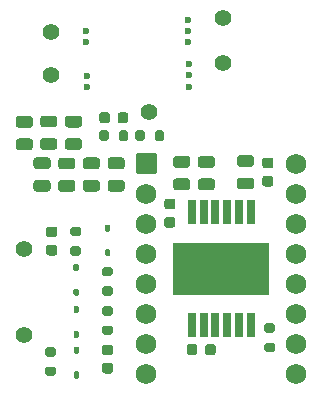
<source format=gts>
G04 #@! TF.GenerationSoftware,KiCad,Pcbnew,7.0.9-7.0.9~ubuntu22.04.1*
G04 #@! TF.CreationDate,2023-12-29T18:17:52+00:00*
G04 #@! TF.ProjectId,driver_test,64726976-6572-45f7-9465-73742e6b6963,rev?*
G04 #@! TF.SameCoordinates,Original*
G04 #@! TF.FileFunction,Soldermask,Top*
G04 #@! TF.FilePolarity,Negative*
%FSLAX46Y46*%
G04 Gerber Fmt 4.6, Leading zero omitted, Abs format (unit mm)*
G04 Created by KiCad (PCBNEW 7.0.9-7.0.9~ubuntu22.04.1) date 2023-12-29 18:17:52*
%MOMM*%
%LPD*%
G01*
G04 APERTURE LIST*
%ADD10C,1.400000*%
%ADD11R,0.650000X2.000000*%
%ADD12R,8.100000X4.500000*%
%ADD13C,1.734000*%
%ADD14C,0.600000*%
G04 APERTURE END LIST*
G04 #@! TO.C,R1*
G36*
G01*
X26265000Y3090000D02*
X25715000Y3090000D01*
G75*
G02*
X25515000Y3290000I0J200000D01*
G01*
X25515000Y3690000D01*
G75*
G02*
X25715000Y3890000I200000J0D01*
G01*
X26265000Y3890000D01*
G75*
G02*
X26465000Y3690000I0J-200000D01*
G01*
X26465000Y3290000D01*
G75*
G02*
X26265000Y3090000I-200000J0D01*
G01*
G37*
G36*
G01*
X26265000Y4740000D02*
X25715000Y4740000D01*
G75*
G02*
X25515000Y4940000I0J200000D01*
G01*
X25515000Y5340000D01*
G75*
G02*
X25715000Y5540000I200000J0D01*
G01*
X26265000Y5540000D01*
G75*
G02*
X26465000Y5340000I0J-200000D01*
G01*
X26465000Y4940000D01*
G75*
G02*
X26265000Y4740000I-200000J0D01*
G01*
G37*
G04 #@! TD*
D10*
G04 #@! TO.C,IN_KNOCK2*
X7495000Y30235001D03*
G04 #@! TD*
G04 #@! TO.C,C20*
G36*
G01*
X4725000Y23090000D02*
X5675000Y23090000D01*
G75*
G02*
X5925000Y22840000I0J-250000D01*
G01*
X5925000Y22340000D01*
G75*
G02*
X5675000Y22090000I-250000J0D01*
G01*
X4725000Y22090000D01*
G75*
G02*
X4475000Y22340000I0J250000D01*
G01*
X4475000Y22840000D01*
G75*
G02*
X4725000Y23090000I250000J0D01*
G01*
G37*
G36*
G01*
X4725000Y21190000D02*
X5675000Y21190000D01*
G75*
G02*
X5925000Y20940000I0J-250000D01*
G01*
X5925000Y20440000D01*
G75*
G02*
X5675000Y20190000I-250000J0D01*
G01*
X4725000Y20190000D01*
G75*
G02*
X4475000Y20440000I0J250000D01*
G01*
X4475000Y20940000D01*
G75*
G02*
X4725000Y21190000I250000J0D01*
G01*
G37*
G04 #@! TD*
G04 #@! TO.C,C18*
G36*
G01*
X7175000Y16680000D02*
X6225000Y16680000D01*
G75*
G02*
X5975000Y16930000I0J250000D01*
G01*
X5975000Y17430000D01*
G75*
G02*
X6225000Y17680000I250000J0D01*
G01*
X7175000Y17680000D01*
G75*
G02*
X7425000Y17430000I0J-250000D01*
G01*
X7425000Y16930000D01*
G75*
G02*
X7175000Y16680000I-250000J0D01*
G01*
G37*
G36*
G01*
X7175000Y18580000D02*
X6225000Y18580000D01*
G75*
G02*
X5975000Y18830000I0J250000D01*
G01*
X5975000Y19330000D01*
G75*
G02*
X6225000Y19580000I250000J0D01*
G01*
X7175000Y19580000D01*
G75*
G02*
X7425000Y19330000I0J-250000D01*
G01*
X7425000Y18830000D01*
G75*
G02*
X7175000Y18580000I-250000J0D01*
G01*
G37*
G04 #@! TD*
G04 #@! TO.C,C16*
G36*
G01*
X8885000Y23110000D02*
X9835000Y23110000D01*
G75*
G02*
X10085000Y22860000I0J-250000D01*
G01*
X10085000Y22360000D01*
G75*
G02*
X9835000Y22110000I-250000J0D01*
G01*
X8885000Y22110000D01*
G75*
G02*
X8635000Y22360000I0J250000D01*
G01*
X8635000Y22860000D01*
G75*
G02*
X8885000Y23110000I250000J0D01*
G01*
G37*
G36*
G01*
X8885000Y21210000D02*
X9835000Y21210000D01*
G75*
G02*
X10085000Y20960000I0J-250000D01*
G01*
X10085000Y20460000D01*
G75*
G02*
X9835000Y20210000I-250000J0D01*
G01*
X8885000Y20210000D01*
G75*
G02*
X8635000Y20460000I0J250000D01*
G01*
X8635000Y20960000D01*
G75*
G02*
X8885000Y21210000I250000J0D01*
G01*
G37*
G04 #@! TD*
G04 #@! TO.C,R6*
G36*
G01*
X17040000Y21683000D02*
X17040000Y21133000D01*
G75*
G02*
X16840000Y20933000I-200000J0D01*
G01*
X16440000Y20933000D01*
G75*
G02*
X16240000Y21133000I0J200000D01*
G01*
X16240000Y21683000D01*
G75*
G02*
X16440000Y21883000I200000J0D01*
G01*
X16840000Y21883000D01*
G75*
G02*
X17040000Y21683000I0J-200000D01*
G01*
G37*
G36*
G01*
X15390000Y21683000D02*
X15390000Y21133000D01*
G75*
G02*
X15190000Y20933000I-200000J0D01*
G01*
X14790000Y20933000D01*
G75*
G02*
X14590000Y21133000I0J200000D01*
G01*
X14590000Y21683000D01*
G75*
G02*
X14790000Y21883000I200000J0D01*
G01*
X15190000Y21883000D01*
G75*
G02*
X15390000Y21683000I0J-200000D01*
G01*
G37*
G04 #@! TD*
G04 #@! TO.C,R7*
G36*
G01*
X13992000Y21683000D02*
X13992000Y21133000D01*
G75*
G02*
X13792000Y20933000I-200000J0D01*
G01*
X13392000Y20933000D01*
G75*
G02*
X13192000Y21133000I0J200000D01*
G01*
X13192000Y21683000D01*
G75*
G02*
X13392000Y21883000I200000J0D01*
G01*
X13792000Y21883000D01*
G75*
G02*
X13992000Y21683000I0J-200000D01*
G01*
G37*
G36*
G01*
X12342000Y21683000D02*
X12342000Y21133000D01*
G75*
G02*
X12142000Y20933000I-200000J0D01*
G01*
X11742000Y20933000D01*
G75*
G02*
X11542000Y21133000I0J200000D01*
G01*
X11542000Y21683000D01*
G75*
G02*
X11742000Y21883000I200000J0D01*
G01*
X12142000Y21883000D01*
G75*
G02*
X12342000Y21683000I0J-200000D01*
G01*
G37*
G04 #@! TD*
G04 #@! TO.C,R4*
G36*
G01*
X11960000Y10315000D02*
X12510000Y10315000D01*
G75*
G02*
X12710000Y10115000I0J-200000D01*
G01*
X12710000Y9715000D01*
G75*
G02*
X12510000Y9515000I-200000J0D01*
G01*
X11960000Y9515000D01*
G75*
G02*
X11760000Y9715000I0J200000D01*
G01*
X11760000Y10115000D01*
G75*
G02*
X11960000Y10315000I200000J0D01*
G01*
G37*
G36*
G01*
X11960000Y8665000D02*
X12510000Y8665000D01*
G75*
G02*
X12710000Y8465000I0J-200000D01*
G01*
X12710000Y8065000D01*
G75*
G02*
X12510000Y7865000I-200000J0D01*
G01*
X11960000Y7865000D01*
G75*
G02*
X11760000Y8065000I0J200000D01*
G01*
X11760000Y8465000D01*
G75*
G02*
X11960000Y8665000I200000J0D01*
G01*
G37*
G04 #@! TD*
G04 #@! TO.C,C22*
G36*
G01*
X21085000Y16800000D02*
X20135000Y16800000D01*
G75*
G02*
X19885000Y17050000I0J250000D01*
G01*
X19885000Y17550000D01*
G75*
G02*
X20135000Y17800000I250000J0D01*
G01*
X21085000Y17800000D01*
G75*
G02*
X21335000Y17550000I0J-250000D01*
G01*
X21335000Y17050000D01*
G75*
G02*
X21085000Y16800000I-250000J0D01*
G01*
G37*
G36*
G01*
X21085000Y18700000D02*
X20135000Y18700000D01*
G75*
G02*
X19885000Y18950000I0J250000D01*
G01*
X19885000Y19450000D01*
G75*
G02*
X20135000Y19700000I250000J0D01*
G01*
X21085000Y19700000D01*
G75*
G02*
X21335000Y19450000I0J-250000D01*
G01*
X21335000Y18950000D01*
G75*
G02*
X21085000Y18700000I-250000J0D01*
G01*
G37*
G04 #@! TD*
G04 #@! TO.C,IN_KNOCK1*
X7495000Y26555001D03*
G04 #@! TD*
G04 #@! TO.C,D3*
G36*
G01*
X12377500Y11200000D02*
X12152500Y11200000D01*
G75*
G02*
X12040000Y11312500I0J112500D01*
G01*
X12040000Y11687500D01*
G75*
G02*
X12152500Y11800000I112500J0D01*
G01*
X12377500Y11800000D01*
G75*
G02*
X12490000Y11687500I0J-112500D01*
G01*
X12490000Y11312500D01*
G75*
G02*
X12377500Y11200000I-112500J0D01*
G01*
G37*
G36*
G01*
X12377500Y13300000D02*
X12152500Y13300000D01*
G75*
G02*
X12040000Y13412500I0J112500D01*
G01*
X12040000Y13787500D01*
G75*
G02*
X12152500Y13900000I112500J0D01*
G01*
X12377500Y13900000D01*
G75*
G02*
X12490000Y13787500I0J-112500D01*
G01*
X12490000Y13412500D01*
G75*
G02*
X12377500Y13300000I-112500J0D01*
G01*
G37*
G04 #@! TD*
G04 #@! TO.C,D2*
G36*
G01*
X9482500Y7000000D02*
X9707500Y7000000D01*
G75*
G02*
X9820000Y6887500I0J-112500D01*
G01*
X9820000Y6512500D01*
G75*
G02*
X9707500Y6400000I-112500J0D01*
G01*
X9482500Y6400000D01*
G75*
G02*
X9370000Y6512500I0J112500D01*
G01*
X9370000Y6887500D01*
G75*
G02*
X9482500Y7000000I112500J0D01*
G01*
G37*
G36*
G01*
X9482500Y4900000D02*
X9707500Y4900000D01*
G75*
G02*
X9820000Y4787500I0J-112500D01*
G01*
X9820000Y4412500D01*
G75*
G02*
X9707500Y4300000I-112500J0D01*
G01*
X9482500Y4300000D01*
G75*
G02*
X9370000Y4412500I0J112500D01*
G01*
X9370000Y4787500D01*
G75*
G02*
X9482500Y4900000I112500J0D01*
G01*
G37*
G04 #@! TD*
G04 #@! TO.C,C13*
G36*
G01*
X21405000Y3560000D02*
X21405000Y3060000D01*
G75*
G02*
X21180000Y2835000I-225000J0D01*
G01*
X20730000Y2835000D01*
G75*
G02*
X20505000Y3060000I0J225000D01*
G01*
X20505000Y3560000D01*
G75*
G02*
X20730000Y3785000I225000J0D01*
G01*
X21180000Y3785000D01*
G75*
G02*
X21405000Y3560000I0J-225000D01*
G01*
G37*
G36*
G01*
X19855000Y3560000D02*
X19855000Y3060000D01*
G75*
G02*
X19630000Y2835000I-225000J0D01*
G01*
X19180000Y2835000D01*
G75*
G02*
X18955000Y3060000I0J225000D01*
G01*
X18955000Y3560000D01*
G75*
G02*
X19180000Y3785000I225000J0D01*
G01*
X19630000Y3785000D01*
G75*
G02*
X19855000Y3560000I0J-225000D01*
G01*
G37*
G04 #@! TD*
G04 #@! TO.C,OUT_KNOCK1*
X21995000Y27535001D03*
G04 #@! TD*
G04 #@! TO.C,C2*
G36*
G01*
X7265000Y13725000D02*
X7765000Y13725000D01*
G75*
G02*
X7990000Y13500000I0J-225000D01*
G01*
X7990000Y13050000D01*
G75*
G02*
X7765000Y12825000I-225000J0D01*
G01*
X7265000Y12825000D01*
G75*
G02*
X7040000Y13050000I0J225000D01*
G01*
X7040000Y13500000D01*
G75*
G02*
X7265000Y13725000I225000J0D01*
G01*
G37*
G36*
G01*
X7265000Y12175000D02*
X7765000Y12175000D01*
G75*
G02*
X7990000Y11950000I0J-225000D01*
G01*
X7990000Y11500000D01*
G75*
G02*
X7765000Y11275000I-225000J0D01*
G01*
X7265000Y11275000D01*
G75*
G02*
X7040000Y11500000I0J225000D01*
G01*
X7040000Y11950000D01*
G75*
G02*
X7265000Y12175000I225000J0D01*
G01*
G37*
G04 #@! TD*
G04 #@! TO.C,OUT_KNOCK2*
X21995000Y31355001D03*
G04 #@! TD*
G04 #@! TO.C,C15*
G36*
G01*
X6795000Y23120000D02*
X7745000Y23120000D01*
G75*
G02*
X7995000Y22870000I0J-250000D01*
G01*
X7995000Y22370000D01*
G75*
G02*
X7745000Y22120000I-250000J0D01*
G01*
X6795000Y22120000D01*
G75*
G02*
X6545000Y22370000I0J250000D01*
G01*
X6545000Y22870000D01*
G75*
G02*
X6795000Y23120000I250000J0D01*
G01*
G37*
G36*
G01*
X6795000Y21220000D02*
X7745000Y21220000D01*
G75*
G02*
X7995000Y20970000I0J-250000D01*
G01*
X7995000Y20470000D01*
G75*
G02*
X7745000Y20220000I-250000J0D01*
G01*
X6795000Y20220000D01*
G75*
G02*
X6545000Y20470000I0J250000D01*
G01*
X6545000Y20970000D01*
G75*
G02*
X6795000Y21220000I250000J0D01*
G01*
G37*
G04 #@! TD*
G04 #@! TO.C,D1*
G36*
G01*
X9697500Y7880000D02*
X9472500Y7880000D01*
G75*
G02*
X9360000Y7992500I0J112500D01*
G01*
X9360000Y8367500D01*
G75*
G02*
X9472500Y8480000I112500J0D01*
G01*
X9697500Y8480000D01*
G75*
G02*
X9810000Y8367500I0J-112500D01*
G01*
X9810000Y7992500D01*
G75*
G02*
X9697500Y7880000I-112500J0D01*
G01*
G37*
G36*
G01*
X9697500Y9980000D02*
X9472500Y9980000D01*
G75*
G02*
X9360000Y10092500I0J112500D01*
G01*
X9360000Y10467500D01*
G75*
G02*
X9472500Y10580000I112500J0D01*
G01*
X9697500Y10580000D01*
G75*
G02*
X9810000Y10467500I0J-112500D01*
G01*
X9810000Y10092500D01*
G75*
G02*
X9697500Y9980000I-112500J0D01*
G01*
G37*
G04 #@! TD*
G04 #@! TO.C,PPS2_CPU1*
X5155000Y4520000D03*
G04 #@! TD*
D11*
G04 #@! TO.C,U2*
X24385000Y14970000D03*
X23385000Y14970000D03*
X22385000Y14970000D03*
X21385000Y14970000D03*
X20385000Y14970000D03*
X19385000Y14970000D03*
X19385000Y5370000D03*
X20385000Y5370000D03*
X21385000Y5370000D03*
X22385000Y5370000D03*
X23385000Y5370000D03*
X24385000Y5370000D03*
D12*
X21885000Y10170000D03*
G04 #@! TD*
G04 #@! TO.C,C1*
G36*
G01*
X13445000Y16680000D02*
X12495000Y16680000D01*
G75*
G02*
X12245000Y16930000I0J250000D01*
G01*
X12245000Y17430000D01*
G75*
G02*
X12495000Y17680000I250000J0D01*
G01*
X13445000Y17680000D01*
G75*
G02*
X13695000Y17430000I0J-250000D01*
G01*
X13695000Y16930000D01*
G75*
G02*
X13445000Y16680000I-250000J0D01*
G01*
G37*
G36*
G01*
X13445000Y18580000D02*
X12495000Y18580000D01*
G75*
G02*
X12245000Y18830000I0J250000D01*
G01*
X12245000Y19330000D01*
G75*
G02*
X12495000Y19580000I250000J0D01*
G01*
X13445000Y19580000D01*
G75*
G02*
X13695000Y19330000I0J-250000D01*
G01*
X13695000Y18830000D01*
G75*
G02*
X13445000Y18580000I-250000J0D01*
G01*
G37*
G04 #@! TD*
G04 #@! TO.C,C12*
G36*
G01*
X17270000Y16080000D02*
X17770000Y16080000D01*
G75*
G02*
X17995000Y15855000I0J-225000D01*
G01*
X17995000Y15405000D01*
G75*
G02*
X17770000Y15180000I-225000J0D01*
G01*
X17270000Y15180000D01*
G75*
G02*
X17045000Y15405000I0J225000D01*
G01*
X17045000Y15855000D01*
G75*
G02*
X17270000Y16080000I225000J0D01*
G01*
G37*
G36*
G01*
X17270000Y14530000D02*
X17770000Y14530000D01*
G75*
G02*
X17995000Y14305000I0J-225000D01*
G01*
X17995000Y13855000D01*
G75*
G02*
X17770000Y13630000I-225000J0D01*
G01*
X17270000Y13630000D01*
G75*
G02*
X17045000Y13855000I0J225000D01*
G01*
X17045000Y14305000D01*
G75*
G02*
X17270000Y14530000I225000J0D01*
G01*
G37*
G04 #@! TD*
G04 #@! TO.C,C21*
G36*
G01*
X9265000Y16670000D02*
X8315000Y16670000D01*
G75*
G02*
X8065000Y16920000I0J250000D01*
G01*
X8065000Y17420000D01*
G75*
G02*
X8315000Y17670000I250000J0D01*
G01*
X9265000Y17670000D01*
G75*
G02*
X9515000Y17420000I0J-250000D01*
G01*
X9515000Y16920000D01*
G75*
G02*
X9265000Y16670000I-250000J0D01*
G01*
G37*
G36*
G01*
X9265000Y18570000D02*
X8315000Y18570000D01*
G75*
G02*
X8065000Y18820000I0J250000D01*
G01*
X8065000Y19320000D01*
G75*
G02*
X8315000Y19570000I250000J0D01*
G01*
X9265000Y19570000D01*
G75*
G02*
X9515000Y19320000I0J-250000D01*
G01*
X9515000Y18820000D01*
G75*
G02*
X9265000Y18570000I-250000J0D01*
G01*
G37*
G04 #@! TD*
G04 #@! TO.C,C3*
G36*
G01*
X12495000Y1285000D02*
X11995000Y1285000D01*
G75*
G02*
X11770000Y1510000I0J225000D01*
G01*
X11770000Y1960000D01*
G75*
G02*
X11995000Y2185000I225000J0D01*
G01*
X12495000Y2185000D01*
G75*
G02*
X12720000Y1960000I0J-225000D01*
G01*
X12720000Y1510000D01*
G75*
G02*
X12495000Y1285000I-225000J0D01*
G01*
G37*
G36*
G01*
X12495000Y2835000D02*
X11995000Y2835000D01*
G75*
G02*
X11770000Y3060000I0J225000D01*
G01*
X11770000Y3510000D01*
G75*
G02*
X11995000Y3735000I225000J0D01*
G01*
X12495000Y3735000D01*
G75*
G02*
X12720000Y3510000I0J-225000D01*
G01*
X12720000Y3060000D01*
G75*
G02*
X12495000Y2835000I-225000J0D01*
G01*
G37*
G04 #@! TD*
G04 #@! TO.C,R2*
G36*
G01*
X12510000Y4540000D02*
X11960000Y4540000D01*
G75*
G02*
X11760000Y4740000I0J200000D01*
G01*
X11760000Y5140000D01*
G75*
G02*
X11960000Y5340000I200000J0D01*
G01*
X12510000Y5340000D01*
G75*
G02*
X12710000Y5140000I0J-200000D01*
G01*
X12710000Y4740000D01*
G75*
G02*
X12510000Y4540000I-200000J0D01*
G01*
G37*
G36*
G01*
X12510000Y6190000D02*
X11960000Y6190000D01*
G75*
G02*
X11760000Y6390000I0J200000D01*
G01*
X11760000Y6790000D01*
G75*
G02*
X11960000Y6990000I200000J0D01*
G01*
X12510000Y6990000D01*
G75*
G02*
X12710000Y6790000I0J-200000D01*
G01*
X12710000Y6390000D01*
G75*
G02*
X12510000Y6190000I-200000J0D01*
G01*
G37*
G04 #@! TD*
G04 #@! TO.C,C14*
G36*
G01*
X11355000Y16680000D02*
X10405000Y16680000D01*
G75*
G02*
X10155000Y16930000I0J250000D01*
G01*
X10155000Y17430000D01*
G75*
G02*
X10405000Y17680000I250000J0D01*
G01*
X11355000Y17680000D01*
G75*
G02*
X11605000Y17430000I0J-250000D01*
G01*
X11605000Y16930000D01*
G75*
G02*
X11355000Y16680000I-250000J0D01*
G01*
G37*
G36*
G01*
X11355000Y18580000D02*
X10405000Y18580000D01*
G75*
G02*
X10155000Y18830000I0J250000D01*
G01*
X10155000Y19330000D01*
G75*
G02*
X10405000Y19580000I250000J0D01*
G01*
X11355000Y19580000D01*
G75*
G02*
X11605000Y19330000I0J-250000D01*
G01*
X11605000Y18830000D01*
G75*
G02*
X11355000Y18580000I-250000J0D01*
G01*
G37*
G04 #@! TD*
G04 #@! TO.C,D4*
G36*
G01*
X9512500Y3560000D02*
X9737500Y3560000D01*
G75*
G02*
X9850000Y3447500I0J-112500D01*
G01*
X9850000Y3072500D01*
G75*
G02*
X9737500Y2960000I-112500J0D01*
G01*
X9512500Y2960000D01*
G75*
G02*
X9400000Y3072500I0J112500D01*
G01*
X9400000Y3447500D01*
G75*
G02*
X9512500Y3560000I112500J0D01*
G01*
G37*
G36*
G01*
X9512500Y1460000D02*
X9737500Y1460000D01*
G75*
G02*
X9850000Y1347500I0J-112500D01*
G01*
X9850000Y972500D01*
G75*
G02*
X9737500Y860000I-112500J0D01*
G01*
X9512500Y860000D01*
G75*
G02*
X9400000Y972500I0J112500D01*
G01*
X9400000Y1347500D01*
G75*
G02*
X9512500Y1460000I112500J0D01*
G01*
G37*
G04 #@! TD*
D10*
G04 #@! TO.C,5V_IN1*
X15765000Y23440000D03*
G04 #@! TD*
G04 #@! TO.C,C4*
G36*
G01*
X11542000Y22682000D02*
X11542000Y23182000D01*
G75*
G02*
X11767000Y23407000I225000J0D01*
G01*
X12217000Y23407000D01*
G75*
G02*
X12442000Y23182000I0J-225000D01*
G01*
X12442000Y22682000D01*
G75*
G02*
X12217000Y22457000I-225000J0D01*
G01*
X11767000Y22457000D01*
G75*
G02*
X11542000Y22682000I0J225000D01*
G01*
G37*
G36*
G01*
X13092000Y22682000D02*
X13092000Y23182000D01*
G75*
G02*
X13317000Y23407000I225000J0D01*
G01*
X13767000Y23407000D01*
G75*
G02*
X13992000Y23182000I0J-225000D01*
G01*
X13992000Y22682000D01*
G75*
G02*
X13767000Y22457000I-225000J0D01*
G01*
X13317000Y22457000D01*
G75*
G02*
X13092000Y22682000I0J225000D01*
G01*
G37*
G04 #@! TD*
G04 #@! TO.C,R5*
G36*
G01*
X9280000Y13715000D02*
X9830000Y13715000D01*
G75*
G02*
X10030000Y13515000I0J-200000D01*
G01*
X10030000Y13115000D01*
G75*
G02*
X9830000Y12915000I-200000J0D01*
G01*
X9280000Y12915000D01*
G75*
G02*
X9080000Y13115000I0J200000D01*
G01*
X9080000Y13515000D01*
G75*
G02*
X9280000Y13715000I200000J0D01*
G01*
G37*
G36*
G01*
X9280000Y12065000D02*
X9830000Y12065000D01*
G75*
G02*
X10030000Y11865000I0J-200000D01*
G01*
X10030000Y11465000D01*
G75*
G02*
X9830000Y11265000I-200000J0D01*
G01*
X9280000Y11265000D01*
G75*
G02*
X9080000Y11465000I0J200000D01*
G01*
X9080000Y11865000D01*
G75*
G02*
X9280000Y12065000I200000J0D01*
G01*
G37*
G04 #@! TD*
G04 #@! TO.C,C11*
G36*
G01*
X26060000Y17115000D02*
X25560000Y17115000D01*
G75*
G02*
X25335000Y17340000I0J225000D01*
G01*
X25335000Y17790000D01*
G75*
G02*
X25560000Y18015000I225000J0D01*
G01*
X26060000Y18015000D01*
G75*
G02*
X26285000Y17790000I0J-225000D01*
G01*
X26285000Y17340000D01*
G75*
G02*
X26060000Y17115000I-225000J0D01*
G01*
G37*
G36*
G01*
X26060000Y18665000D02*
X25560000Y18665000D01*
G75*
G02*
X25335000Y18890000I0J225000D01*
G01*
X25335000Y19340000D01*
G75*
G02*
X25560000Y19565000I225000J0D01*
G01*
X26060000Y19565000D01*
G75*
G02*
X26285000Y19340000I0J-225000D01*
G01*
X26285000Y18890000D01*
G75*
G02*
X26060000Y18665000I-225000J0D01*
G01*
G37*
G04 #@! TD*
G04 #@! TO.C,C19*
G36*
G01*
X18995000Y16810000D02*
X18045000Y16810000D01*
G75*
G02*
X17795000Y17060000I0J250000D01*
G01*
X17795000Y17560000D01*
G75*
G02*
X18045000Y17810000I250000J0D01*
G01*
X18995000Y17810000D01*
G75*
G02*
X19245000Y17560000I0J-250000D01*
G01*
X19245000Y17060000D01*
G75*
G02*
X18995000Y16810000I-250000J0D01*
G01*
G37*
G36*
G01*
X18995000Y18710000D02*
X18045000Y18710000D01*
G75*
G02*
X17795000Y18960000I0J250000D01*
G01*
X17795000Y19460000D01*
G75*
G02*
X18045000Y19710000I250000J0D01*
G01*
X18995000Y19710000D01*
G75*
G02*
X19245000Y19460000I0J-250000D01*
G01*
X19245000Y18960000D01*
G75*
G02*
X18995000Y18710000I-250000J0D01*
G01*
G37*
G04 #@! TD*
G04 #@! TO.C,R3*
G36*
G01*
X7700000Y1075000D02*
X7150000Y1075000D01*
G75*
G02*
X6950000Y1275000I0J200000D01*
G01*
X6950000Y1675000D01*
G75*
G02*
X7150000Y1875000I200000J0D01*
G01*
X7700000Y1875000D01*
G75*
G02*
X7900000Y1675000I0J-200000D01*
G01*
X7900000Y1275000D01*
G75*
G02*
X7700000Y1075000I-200000J0D01*
G01*
G37*
G36*
G01*
X7700000Y2725000D02*
X7150000Y2725000D01*
G75*
G02*
X6950000Y2925000I0J200000D01*
G01*
X6950000Y3325000D01*
G75*
G02*
X7150000Y3525000I200000J0D01*
G01*
X7700000Y3525000D01*
G75*
G02*
X7900000Y3325000I0J-200000D01*
G01*
X7900000Y2925000D01*
G75*
G02*
X7700000Y2725000I-200000J0D01*
G01*
G37*
G04 #@! TD*
G04 #@! TO.C,C17*
G36*
G01*
X24405000Y16880000D02*
X23455000Y16880000D01*
G75*
G02*
X23205000Y17130000I0J250000D01*
G01*
X23205000Y17630000D01*
G75*
G02*
X23455000Y17880000I250000J0D01*
G01*
X24405000Y17880000D01*
G75*
G02*
X24655000Y17630000I0J-250000D01*
G01*
X24655000Y17130000D01*
G75*
G02*
X24405000Y16880000I-250000J0D01*
G01*
G37*
G36*
G01*
X24405000Y18780000D02*
X23455000Y18780000D01*
G75*
G02*
X23205000Y19030000I0J250000D01*
G01*
X23205000Y19530000D01*
G75*
G02*
X23455000Y19780000I250000J0D01*
G01*
X24405000Y19780000D01*
G75*
G02*
X24655000Y19530000I0J-250000D01*
G01*
X24655000Y19030000D01*
G75*
G02*
X24405000Y18780000I-250000J0D01*
G01*
G37*
G04 #@! TD*
G04 #@! TO.C,TPS2_CPU1*
X5185000Y11860000D03*
G04 #@! TD*
G04 #@! TO.C,U1*
G36*
G01*
X14668000Y18295000D02*
X14668000Y19825000D01*
G75*
G02*
X14770000Y19927000I102000J0D01*
G01*
X16300000Y19927000D01*
G75*
G02*
X16402000Y19825000I0J-102000D01*
G01*
X16402000Y18295000D01*
G75*
G02*
X16300000Y18193000I-102000J0D01*
G01*
X14770000Y18193000D01*
G75*
G02*
X14668000Y18295000I0J102000D01*
G01*
G37*
D13*
X15535000Y16520000D03*
X15535000Y13980000D03*
X15535000Y11440000D03*
X15535000Y8900000D03*
X15535000Y6360000D03*
X15535000Y3820000D03*
X15535000Y1280000D03*
X28235000Y1280000D03*
X28235000Y3820000D03*
X28235000Y6360000D03*
X28235000Y8900000D03*
X28235000Y11440000D03*
X28235000Y13980000D03*
X28235000Y16520000D03*
X28235000Y19060000D03*
G04 #@! TD*
D14*
G04 #@! TO.C,M1*
X19090000Y29350003D03*
X19090000Y30300003D03*
X19090000Y31250001D03*
X10390000Y30250003D03*
X10390000Y29350003D03*
G04 #@! TD*
G04 #@! TO.C,M2*
X19165000Y25585001D03*
X19165000Y26535001D03*
X19165000Y27484999D03*
X10465000Y26485001D03*
X10465000Y25585001D03*
G04 #@! TD*
M02*

</source>
